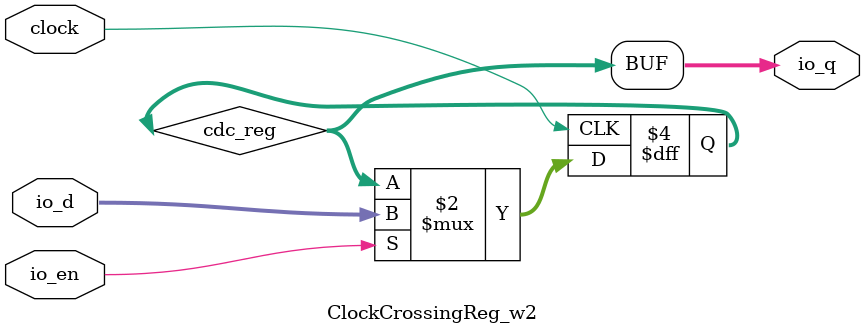
<source format=sv>
`ifndef RANDOMIZE
  `ifdef RANDOMIZE_MEM_INIT
    `define RANDOMIZE
  `endif // RANDOMIZE_MEM_INIT
`endif // not def RANDOMIZE
`ifndef RANDOMIZE
  `ifdef RANDOMIZE_REG_INIT
    `define RANDOMIZE
  `endif // RANDOMIZE_REG_INIT
`endif // not def RANDOMIZE

`ifndef RANDOM
  `define RANDOM $random
`endif // not def RANDOM

// Users can define INIT_RANDOM as general code that gets injected into the
// initializer block for modules with registers.
`ifndef INIT_RANDOM
  `define INIT_RANDOM
`endif // not def INIT_RANDOM

// If using random initialization, you can also define RANDOMIZE_DELAY to
// customize the delay used, otherwise 0.002 is used.
`ifndef RANDOMIZE_DELAY
  `define RANDOMIZE_DELAY 0.002
`endif // not def RANDOMIZE_DELAY

// Define INIT_RANDOM_PROLOG_ for use in our modules below.
`ifndef INIT_RANDOM_PROLOG_
  `ifdef RANDOMIZE
    `ifdef VERILATOR
      `define INIT_RANDOM_PROLOG_ `INIT_RANDOM
    `else  // VERILATOR
      `define INIT_RANDOM_PROLOG_ `INIT_RANDOM #`RANDOMIZE_DELAY begin end
    `endif // VERILATOR
  `else  // RANDOMIZE
    `define INIT_RANDOM_PROLOG_
  `endif // RANDOMIZE
`endif // not def INIT_RANDOM_PROLOG_

// Include register initializers in init blocks unless synthesis is set
`ifndef SYNTHESIS
  `ifndef ENABLE_INITIAL_REG_
    `define ENABLE_INITIAL_REG_
  `endif // not def ENABLE_INITIAL_REG_
`endif // not def SYNTHESIS

// Include rmemory initializers in init blocks unless synthesis is set
`ifndef SYNTHESIS
  `ifndef ENABLE_INITIAL_MEM_
    `define ENABLE_INITIAL_MEM_
  `endif // not def ENABLE_INITIAL_MEM_
`endif // not def SYNTHESIS

// Standard header to adapt well known macros for prints and assertions.

// Users can define 'PRINTF_COND' to add an extra gate to prints.
`ifndef PRINTF_COND_
  `ifdef PRINTF_COND
    `define PRINTF_COND_ (`PRINTF_COND)
  `else  // PRINTF_COND
    `define PRINTF_COND_ 1
  `endif // PRINTF_COND
`endif // not def PRINTF_COND_

// Users can define 'ASSERT_VERBOSE_COND' to add an extra gate to assert error printing.
`ifndef ASSERT_VERBOSE_COND_
  `ifdef ASSERT_VERBOSE_COND
    `define ASSERT_VERBOSE_COND_ (`ASSERT_VERBOSE_COND)
  `else  // ASSERT_VERBOSE_COND
    `define ASSERT_VERBOSE_COND_ 1
  `endif // ASSERT_VERBOSE_COND
`endif // not def ASSERT_VERBOSE_COND_

// Users can define 'STOP_COND' to add an extra gate to stop conditions.
`ifndef STOP_COND_
  `ifdef STOP_COND
    `define STOP_COND_ (`STOP_COND)
  `else  // STOP_COND
    `define STOP_COND_ 1
  `endif // STOP_COND
`endif // not def STOP_COND_

module ClockCrossingReg_w2(
  input        clock,
  input  [1:0] io_d,	// @[generators/rocket-chip/src/main/scala/util/SynchronizerReg.scala:195:14]
  output [1:0] io_q,	// @[generators/rocket-chip/src/main/scala/util/SynchronizerReg.scala:195:14]
  input        io_en	// @[generators/rocket-chip/src/main/scala/util/SynchronizerReg.scala:195:14]
);

  reg [1:0] cdc_reg;	// @[generators/rocket-chip/src/main/scala/util/SynchronizerReg.scala:201:76]
  always @(posedge clock) begin
    if (io_en)	// @[generators/rocket-chip/src/main/scala/util/SynchronizerReg.scala:195:14]
      cdc_reg <= io_d;	// @[generators/rocket-chip/src/main/scala/util/SynchronizerReg.scala:201:76]
  end // always @(posedge)
  `ifdef ENABLE_INITIAL_REG_
    `ifdef FIRRTL_BEFORE_INITIAL
      `FIRRTL_BEFORE_INITIAL
    `endif // FIRRTL_BEFORE_INITIAL
    logic [31:0] _RANDOM[0:0];
    initial begin
      `ifdef INIT_RANDOM_PROLOG_
        `INIT_RANDOM_PROLOG_
      `endif // INIT_RANDOM_PROLOG_
      `ifdef RANDOMIZE_REG_INIT
        _RANDOM[/*Zero width*/ 1'b0] = `RANDOM;
        cdc_reg = _RANDOM[/*Zero width*/ 1'b0][1:0];	// @[generators/rocket-chip/src/main/scala/util/SynchronizerReg.scala:201:76]
      `endif // RANDOMIZE_REG_INIT
    end // initial
    `ifdef FIRRTL_AFTER_INITIAL
      `FIRRTL_AFTER_INITIAL
    `endif // FIRRTL_AFTER_INITIAL
  `endif // ENABLE_INITIAL_REG_
  assign io_q = cdc_reg;	// @[generators/rocket-chip/src/main/scala/util/SynchronizerReg.scala:201:76]
endmodule


</source>
